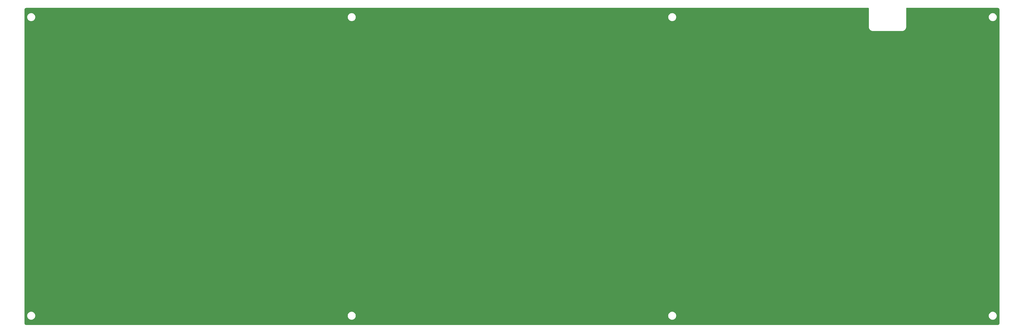
<source format=gtl>
%TF.GenerationSoftware,KiCad,Pcbnew,7.0.7*%
%TF.CreationDate,2023-09-25T11:38:33+09:00*%
%TF.ProjectId,Duet-Switch-Tester,44756574-2d53-4776-9974-63682d546573,rev?*%
%TF.SameCoordinates,Original*%
%TF.FileFunction,Copper,L1,Top*%
%TF.FilePolarity,Positive*%
%FSLAX46Y46*%
G04 Gerber Fmt 4.6, Leading zero omitted, Abs format (unit mm)*
G04 Created by KiCad (PCBNEW 7.0.7) date 2023-09-25 11:38:33*
%MOMM*%
%LPD*%
G01*
G04 APERTURE LIST*
G04 APERTURE END LIST*
%TA.AperFunction,NonConductor*%
G36*
X370766448Y-29975543D02*
G01*
X370789951Y-29975586D01*
X370828238Y-29976074D01*
X370830513Y-29976103D01*
X370864382Y-29977255D01*
X370892151Y-29979064D01*
X370900259Y-29979920D01*
X370912959Y-29981261D01*
X370915937Y-29981649D01*
X370920839Y-29982408D01*
X370930424Y-29983892D01*
X370933813Y-29984514D01*
X370944370Y-29986757D01*
X370948090Y-29987668D01*
X370957276Y-29990221D01*
X370961025Y-29991393D01*
X370963628Y-29992297D01*
X370967641Y-29993693D01*
X370971261Y-29995082D01*
X370972265Y-29995504D01*
X370977496Y-29997701D01*
X370981050Y-29999328D01*
X370987138Y-30002351D01*
X370990533Y-30004172D01*
X370995626Y-30007114D01*
X370997254Y-30008055D01*
X371000497Y-30010064D01*
X371008393Y-30015298D01*
X371011421Y-30017439D01*
X371023348Y-30026418D01*
X371027144Y-30029520D01*
X371032604Y-30034356D01*
X371038001Y-30039137D01*
X371040514Y-30041491D01*
X371049846Y-30050731D01*
X371052314Y-30053321D01*
X371062848Y-30065030D01*
X371065016Y-30067573D01*
X371069903Y-30073633D01*
X371071805Y-30076117D01*
X371077387Y-30083801D01*
X371079224Y-30086474D01*
X371083948Y-30093749D01*
X371085710Y-30096631D01*
X371090019Y-30104131D01*
X371092089Y-30108052D01*
X371093678Y-30111342D01*
X371095794Y-30115724D01*
X371097221Y-30118943D01*
X371098017Y-30120866D01*
X371098838Y-30122896D01*
X371099972Y-30125924D01*
X371102936Y-30134514D01*
X371104068Y-30138157D01*
X371104613Y-30140121D01*
X371106156Y-30145688D01*
X371106993Y-30149076D01*
X371108108Y-30154206D01*
X371109606Y-30161097D01*
X371110496Y-30166225D01*
X371113385Y-30188360D01*
X371113689Y-30191206D01*
X371115733Y-30215596D01*
X371117238Y-30247793D01*
X371118029Y-30287007D01*
X371118246Y-30333921D01*
X371118250Y-30348316D01*
X371118250Y-37346210D01*
X371118086Y-37349067D01*
X371118177Y-37399159D01*
X371117845Y-37405676D01*
X371117286Y-37411052D01*
X371117893Y-37458571D01*
X371116603Y-37472406D01*
X371117062Y-37472444D01*
X371116467Y-37479645D01*
X371118261Y-37532380D01*
X371116968Y-37551712D01*
X371116720Y-37556541D01*
X371120477Y-37614226D01*
X371119735Y-37638034D01*
X371119318Y-37641283D01*
X371125889Y-37703507D01*
X371126187Y-37726314D01*
X371125640Y-37733213D01*
X371125641Y-37733219D01*
X371136051Y-37800458D01*
X371136439Y-37803438D01*
X371137098Y-37809690D01*
X371137424Y-37817652D01*
X371137099Y-37831549D01*
X371150623Y-37895205D01*
X371151247Y-37898605D01*
X371153870Y-37915549D01*
X371154554Y-37922651D01*
X371155035Y-37935135D01*
X371155036Y-37935140D01*
X371171801Y-37995448D01*
X371172713Y-37999169D01*
X371177332Y-38020910D01*
X371176994Y-38020981D01*
X371179503Y-38034451D01*
X371180125Y-38040536D01*
X371200459Y-38099015D01*
X371201632Y-38102768D01*
X371208059Y-38125882D01*
X371209484Y-38132311D01*
X371211062Y-38141786D01*
X371211063Y-38141792D01*
X371235119Y-38199065D01*
X371236518Y-38202712D01*
X371244151Y-38224663D01*
X371245984Y-38231002D01*
X371248253Y-38240776D01*
X371275831Y-38296311D01*
X371277462Y-38299874D01*
X371286424Y-38321209D01*
X371288657Y-38327436D01*
X371291494Y-38336907D01*
X371291495Y-38336911D01*
X371322591Y-38390755D01*
X371324432Y-38394187D01*
X371334391Y-38414243D01*
X371337044Y-38420401D01*
X371340436Y-38429615D01*
X371340437Y-38429616D01*
X371340438Y-38429618D01*
X371341588Y-38431353D01*
X371375060Y-38481842D01*
X371377075Y-38485095D01*
X371387605Y-38503328D01*
X371390714Y-38509477D01*
X371394638Y-38518442D01*
X371432739Y-38569050D01*
X371434872Y-38572065D01*
X371436677Y-38574786D01*
X371439547Y-38579116D01*
X371443615Y-38586228D01*
X371446601Y-38592358D01*
X371457583Y-38605774D01*
X371463646Y-38613181D01*
X371476974Y-38633127D01*
X371478252Y-38635511D01*
X371478253Y-38635512D01*
X371506777Y-38667717D01*
X371508976Y-38670409D01*
X371509612Y-38671158D01*
X371509616Y-38671162D01*
X371509619Y-38671166D01*
X371512611Y-38674303D01*
X371518704Y-38681182D01*
X371522770Y-38685774D01*
X371535790Y-38703397D01*
X371541050Y-38712017D01*
X371541054Y-38712023D01*
X371586872Y-38758293D01*
X371589216Y-38760794D01*
X371595783Y-38768210D01*
X371599426Y-38772323D01*
X371603992Y-38778144D01*
X371610547Y-38787613D01*
X371610552Y-38787619D01*
X371610553Y-38787620D01*
X371658353Y-38830622D01*
X371660934Y-38833083D01*
X371666492Y-38838696D01*
X371673136Y-38845405D01*
X371678079Y-38851042D01*
X371683778Y-38858393D01*
X371728819Y-38894711D01*
X371745044Y-38910439D01*
X371750066Y-38916285D01*
X371759075Y-38922831D01*
X371798462Y-38951450D01*
X371815273Y-38966151D01*
X371816666Y-38967611D01*
X371821243Y-38972406D01*
X371859699Y-38997383D01*
X371873078Y-39006072D01*
X371890430Y-39019679D01*
X371897474Y-39026295D01*
X371897475Y-39026296D01*
X371922262Y-39040532D01*
X371944430Y-39053264D01*
X371964336Y-39067480D01*
X371965131Y-39068176D01*
X371965133Y-39068177D01*
X371978391Y-39075184D01*
X371998667Y-39088596D01*
X371999885Y-39089586D01*
X371999888Y-39089588D01*
X371999892Y-39089591D01*
X371999895Y-39089592D01*
X371999896Y-39089593D01*
X372046782Y-39112235D01*
X372050697Y-39114301D01*
X372057486Y-39118200D01*
X372057493Y-39118203D01*
X372060709Y-39119809D01*
X372060614Y-39119997D01*
X372060618Y-39119999D01*
X372060588Y-39120050D01*
X372060560Y-39120105D01*
X372080011Y-39131114D01*
X372085804Y-39135295D01*
X372145341Y-39159939D01*
X372148529Y-39161368D01*
X372152292Y-39163185D01*
X372154923Y-39164457D01*
X372161127Y-39167907D01*
X372173921Y-39176015D01*
X372210941Y-39188784D01*
X372233665Y-39196622D01*
X372237161Y-39197947D01*
X372256831Y-39206089D01*
X372263002Y-39209052D01*
X372272263Y-39214149D01*
X372332618Y-39230878D01*
X372336273Y-39232014D01*
X372343458Y-39234491D01*
X372349483Y-39236570D01*
X372356044Y-39239262D01*
X372365965Y-39244015D01*
X372421780Y-39256144D01*
X372444206Y-39263305D01*
X372448171Y-39265001D01*
X372485111Y-39271397D01*
X372507925Y-39277639D01*
X372511600Y-39279033D01*
X372511602Y-39279033D01*
X372511606Y-39279035D01*
X372575415Y-39287363D01*
X372597917Y-39292466D01*
X372603585Y-39294321D01*
X372662261Y-39299233D01*
X372686110Y-39303609D01*
X372687840Y-39304106D01*
X372741043Y-39306592D01*
X372756436Y-39308915D01*
X372756462Y-39308731D01*
X372763622Y-39309714D01*
X372763624Y-39309714D01*
X372763628Y-39309715D01*
X372814695Y-39310743D01*
X372820922Y-39311184D01*
X372830332Y-39312328D01*
X372830342Y-39312331D01*
X372866823Y-39312498D01*
X372867492Y-39312502D01*
X372868734Y-39312560D01*
X372875074Y-39312857D01*
X372875091Y-39312855D01*
X372881874Y-39312778D01*
X372885605Y-39312975D01*
X372887928Y-39312975D01*
X372887930Y-39312976D01*
X372902264Y-39312979D01*
X372902617Y-39313000D01*
X372926638Y-39313000D01*
X372934462Y-39313157D01*
X372950108Y-39313473D01*
X372950108Y-39313472D01*
X372950110Y-39313473D01*
X372952049Y-39313285D01*
X372958000Y-39313000D01*
X372974978Y-39313000D01*
X372975164Y-39313000D01*
X373016057Y-39313190D01*
X373016071Y-39313188D01*
X373017814Y-39313095D01*
X373021162Y-39313006D01*
X373025100Y-39313006D01*
X373037292Y-39313010D01*
X373037295Y-39313009D01*
X373038893Y-39313010D01*
X373039255Y-39313000D01*
X384152460Y-39313000D01*
X384155342Y-39313165D01*
X384157419Y-39313161D01*
X384157423Y-39313162D01*
X384205441Y-39313072D01*
X384211969Y-39313405D01*
X384217296Y-39313958D01*
X384217310Y-39313962D01*
X384264812Y-39313355D01*
X384278646Y-39314646D01*
X384278685Y-39314186D01*
X384285888Y-39314780D01*
X384285890Y-39314781D01*
X384285891Y-39314780D01*
X384285892Y-39314781D01*
X384290057Y-39314639D01*
X384338631Y-39312986D01*
X384357839Y-39314273D01*
X384362785Y-39314526D01*
X384362793Y-39314528D01*
X384420475Y-39310770D01*
X384444306Y-39311515D01*
X384447535Y-39311930D01*
X384509769Y-39305358D01*
X384532581Y-39305062D01*
X384539468Y-39305608D01*
X384606680Y-39295201D01*
X384609606Y-39294819D01*
X384611260Y-39294642D01*
X384615910Y-39294151D01*
X384623863Y-39293822D01*
X384637799Y-39294149D01*
X384701456Y-39280623D01*
X384704825Y-39280004D01*
X384721799Y-39277376D01*
X384728895Y-39276693D01*
X384741377Y-39276215D01*
X384801721Y-39259440D01*
X384805395Y-39258540D01*
X384823630Y-39254667D01*
X384823633Y-39254665D01*
X384827168Y-39253915D01*
X384827242Y-39254266D01*
X384840702Y-39251745D01*
X384846795Y-39251122D01*
X384905276Y-39230785D01*
X384908999Y-39229621D01*
X384926254Y-39224826D01*
X384926255Y-39224825D01*
X384932169Y-39223182D01*
X384938597Y-39221758D01*
X384941070Y-39221346D01*
X384948041Y-39220186D01*
X385005341Y-39196117D01*
X385008913Y-39194747D01*
X385026064Y-39188784D01*
X385026069Y-39188781D01*
X385030917Y-39187096D01*
X385037259Y-39185263D01*
X385039326Y-39184782D01*
X385047026Y-39182995D01*
X385102597Y-39155399D01*
X385106111Y-39153791D01*
X385122741Y-39146807D01*
X385122747Y-39146803D01*
X385127470Y-39144820D01*
X385133679Y-39142593D01*
X385143161Y-39139754D01*
X385197010Y-39108654D01*
X385200438Y-39106816D01*
X385216723Y-39098730D01*
X385216728Y-39098726D01*
X385220507Y-39096850D01*
X385226641Y-39094207D01*
X385235868Y-39090811D01*
X385288116Y-39056171D01*
X385291313Y-39054191D01*
X385307474Y-39044859D01*
X385307482Y-39044852D01*
X385309579Y-39043642D01*
X385315727Y-39040534D01*
X385324689Y-39036612D01*
X385375313Y-38998497D01*
X385378343Y-38996356D01*
X385385368Y-38991699D01*
X385392461Y-38987644D01*
X385398588Y-38984661D01*
X385419421Y-38967606D01*
X385439375Y-38954274D01*
X385441767Y-38952993D01*
X385473996Y-38924446D01*
X385476637Y-38922290D01*
X385477401Y-38921640D01*
X385477416Y-38921630D01*
X385480534Y-38918655D01*
X385492024Y-38908478D01*
X385509658Y-38895449D01*
X385518273Y-38890195D01*
X385518740Y-38889732D01*
X385564536Y-38844383D01*
X385567051Y-38842027D01*
X385577148Y-38833083D01*
X385578573Y-38831820D01*
X385584388Y-38827258D01*
X385593870Y-38820696D01*
X385636871Y-38772894D01*
X385639309Y-38770336D01*
X385651660Y-38758107D01*
X385657284Y-38753175D01*
X385664644Y-38747470D01*
X385700964Y-38702425D01*
X385716692Y-38686201D01*
X385722535Y-38681183D01*
X385757705Y-38632778D01*
X385772404Y-38615972D01*
X385778656Y-38610006D01*
X385812324Y-38558166D01*
X385825936Y-38540811D01*
X385826217Y-38540511D01*
X385832545Y-38533775D01*
X385859510Y-38486825D01*
X385873732Y-38466913D01*
X385874412Y-38466137D01*
X385881427Y-38452864D01*
X385894846Y-38432580D01*
X385895844Y-38431353D01*
X385918501Y-38384431D01*
X385920535Y-38380577D01*
X385924450Y-38373763D01*
X385924455Y-38373749D01*
X385924459Y-38373744D01*
X385926067Y-38370526D01*
X385926254Y-38370619D01*
X385926256Y-38370618D01*
X385926287Y-38370636D01*
X385926367Y-38370675D01*
X385937365Y-38351234D01*
X385941545Y-38345445D01*
X385966168Y-38285958D01*
X385967621Y-38282714D01*
X385970689Y-38276359D01*
X385974149Y-38270133D01*
X385982265Y-38257328D01*
X386002881Y-38197556D01*
X386004190Y-38194100D01*
X386011546Y-38176333D01*
X386011547Y-38176326D01*
X386012340Y-38174413D01*
X386015312Y-38168228D01*
X386020399Y-38158986D01*
X386035981Y-38102768D01*
X386037129Y-38098628D01*
X386038265Y-38094972D01*
X386042819Y-38081768D01*
X386045511Y-38075206D01*
X386050265Y-38065284D01*
X386062393Y-38009473D01*
X386069560Y-37987032D01*
X386071250Y-37983082D01*
X386077647Y-37946137D01*
X386083890Y-37923318D01*
X386085285Y-37919642D01*
X386093612Y-37855836D01*
X386098721Y-37833315D01*
X386099299Y-37831549D01*
X386100571Y-37827664D01*
X386105483Y-37768985D01*
X386109863Y-37745125D01*
X386110356Y-37743409D01*
X386112842Y-37690203D01*
X386115166Y-37674806D01*
X386114981Y-37674781D01*
X386115964Y-37667623D01*
X386115965Y-37667621D01*
X386116993Y-37616557D01*
X386117434Y-37610332D01*
X386118579Y-37600913D01*
X386118581Y-37600907D01*
X386118752Y-37563752D01*
X386119107Y-37556175D01*
X386119105Y-37556157D01*
X386119028Y-37549372D01*
X386119225Y-37545644D01*
X386119227Y-37539703D01*
X386119229Y-37529009D01*
X386119250Y-37528661D01*
X386119250Y-37504609D01*
X386119723Y-37481141D01*
X386119723Y-37481140D01*
X386119536Y-37479200D01*
X386119250Y-37473248D01*
X386119250Y-37456204D01*
X386119344Y-37435878D01*
X386119440Y-37415192D01*
X386119437Y-37415173D01*
X386119345Y-37413442D01*
X386119256Y-37410093D01*
X386119257Y-37405676D01*
X386119260Y-37393958D01*
X386119259Y-37393954D01*
X386119260Y-37392347D01*
X386119250Y-37391984D01*
X386119250Y-33731250D01*
X419250801Y-33731250D01*
X419270567Y-33982401D01*
X419329376Y-34227360D01*
X419425783Y-34460109D01*
X419557410Y-34674903D01*
X419557411Y-34674906D01*
X419557414Y-34674909D01*
X419721026Y-34866474D01*
X419869316Y-34993125D01*
X419912593Y-35030088D01*
X419912596Y-35030089D01*
X420127390Y-35161716D01*
X420360139Y-35258122D01*
X420360139Y-35258123D01*
X420605102Y-35316933D01*
X420761200Y-35329218D01*
X420793366Y-35331750D01*
X420793368Y-35331750D01*
X420919134Y-35331750D01*
X420948768Y-35329417D01*
X421107398Y-35316933D01*
X421352361Y-35258123D01*
X421585109Y-35161716D01*
X421799909Y-35030086D01*
X421991474Y-34866474D01*
X422155086Y-34674909D01*
X422286716Y-34460109D01*
X422383123Y-34227361D01*
X422441933Y-33982398D01*
X422461699Y-33731250D01*
X422441933Y-33480102D01*
X422383123Y-33235139D01*
X422286716Y-33002391D01*
X422286716Y-33002390D01*
X422155089Y-32787596D01*
X422155088Y-32787593D01*
X422118125Y-32744316D01*
X421991474Y-32596026D01*
X421864821Y-32487854D01*
X421799906Y-32432411D01*
X421799903Y-32432410D01*
X421585109Y-32300783D01*
X421352360Y-32204376D01*
X421107400Y-32145567D01*
X420919134Y-32130750D01*
X420919132Y-32130750D01*
X420793368Y-32130750D01*
X420793366Y-32130750D01*
X420605099Y-32145567D01*
X420360139Y-32204376D01*
X420127390Y-32300783D01*
X419912596Y-32432410D01*
X419912593Y-32432411D01*
X419721026Y-32596026D01*
X419557411Y-32787593D01*
X419557410Y-32787596D01*
X419425783Y-33002390D01*
X419329376Y-33235139D01*
X419270567Y-33480098D01*
X419250801Y-33731250D01*
X386119250Y-33731250D01*
X386119250Y-30350803D01*
X386119336Y-30303797D01*
X386119853Y-30263235D01*
X386121005Y-30229366D01*
X386122814Y-30201597D01*
X386125011Y-30180788D01*
X386125399Y-30177809D01*
X386127642Y-30163325D01*
X386128265Y-30159931D01*
X386130504Y-30149390D01*
X386131410Y-30145688D01*
X386133975Y-30136462D01*
X386135145Y-30132716D01*
X386135150Y-30132704D01*
X386137438Y-30126119D01*
X386138825Y-30122503D01*
X386141458Y-30116232D01*
X386143057Y-30112741D01*
X386146102Y-30106608D01*
X386147927Y-30103206D01*
X386151808Y-30096486D01*
X386153804Y-30093264D01*
X386159061Y-30085335D01*
X386161172Y-30082347D01*
X386170179Y-30070385D01*
X386173255Y-30066621D01*
X386182891Y-30055742D01*
X386185245Y-30053229D01*
X386194506Y-30043876D01*
X386197071Y-30041433D01*
X386208780Y-30030899D01*
X386211310Y-30028741D01*
X386217415Y-30023819D01*
X386219839Y-30021963D01*
X386227564Y-30016350D01*
X386230206Y-30014534D01*
X386237502Y-30009796D01*
X386240357Y-30008050D01*
X386247894Y-30003721D01*
X386251792Y-30001663D01*
X386259376Y-29998001D01*
X386262618Y-29996557D01*
X386264452Y-29995798D01*
X386266352Y-29995022D01*
X386269585Y-29993805D01*
X386269939Y-29993683D01*
X386278263Y-29990811D01*
X386281876Y-29989688D01*
X386289480Y-29987581D01*
X386292813Y-29986757D01*
X386304840Y-29984143D01*
X386309961Y-29983253D01*
X386332162Y-29980356D01*
X386334941Y-29980058D01*
X386352077Y-29978623D01*
X386359350Y-29978015D01*
X386384355Y-29976846D01*
X386391543Y-29976510D01*
X386430810Y-29975719D01*
X386454197Y-29975611D01*
X386477586Y-29975503D01*
X386495764Y-29975500D01*
X421963814Y-29975500D01*
X422041690Y-29975516D01*
X422118813Y-29975635D01*
X422194086Y-29975955D01*
X422267212Y-29976567D01*
X422287106Y-29976846D01*
X422338016Y-29977560D01*
X422406685Y-29979015D01*
X422472929Y-29981002D01*
X422537012Y-29983596D01*
X422598608Y-29986844D01*
X422641087Y-29989683D01*
X422657845Y-29990803D01*
X422714578Y-29995504D01*
X422743784Y-29998451D01*
X422768827Y-30000978D01*
X422820563Y-30007241D01*
X422869685Y-30014285D01*
X422916274Y-30022116D01*
X422920086Y-30022860D01*
X422960903Y-30030828D01*
X422986277Y-30036493D01*
X422997758Y-30039057D01*
X423033291Y-30048016D01*
X423033291Y-30048017D01*
X423067014Y-30057578D01*
X423098808Y-30067674D01*
X423128816Y-30078310D01*
X423138986Y-30082321D01*
X423157020Y-30089434D01*
X423183536Y-30101040D01*
X423208409Y-30113093D01*
X423231861Y-30125652D01*
X423256357Y-30140121D01*
X423265164Y-30145760D01*
X423288883Y-30162289D01*
X423291351Y-30164101D01*
X423309460Y-30178097D01*
X423311863Y-30180053D01*
X423317318Y-30184722D01*
X423328840Y-30194585D01*
X423331115Y-30196634D01*
X423334862Y-30200182D01*
X423347076Y-30211749D01*
X423349284Y-30213947D01*
X423364476Y-30229856D01*
X423366540Y-30232129D01*
X423381118Y-30249020D01*
X423383069Y-30251398D01*
X423397124Y-30269430D01*
X423398950Y-30271896D01*
X423414571Y-30294123D01*
X423425312Y-30310919D01*
X423436654Y-30330214D01*
X423446579Y-30348604D01*
X423461021Y-30378212D01*
X423462184Y-30380738D01*
X423475830Y-30412229D01*
X423484745Y-30435108D01*
X423494023Y-30461250D01*
X423502918Y-30488824D01*
X423511402Y-30517846D01*
X423519016Y-30546668D01*
X423529720Y-30592558D01*
X423539174Y-30639715D01*
X423547728Y-30689813D01*
X423555375Y-30742966D01*
X423562095Y-30799098D01*
X423567901Y-30858223D01*
X423572808Y-30920279D01*
X423576853Y-30985182D01*
X423580090Y-31052926D01*
X423582578Y-31123307D01*
X423584403Y-31196505D01*
X423585652Y-31272282D01*
X423586424Y-31350576D01*
X423586826Y-31431320D01*
X423586978Y-31514935D01*
X423587000Y-31600173D01*
X423587000Y-155724826D01*
X423586981Y-155804477D01*
X423586863Y-155881312D01*
X423586543Y-155956587D01*
X423585931Y-156029712D01*
X423584938Y-156100576D01*
X423583486Y-156169098D01*
X423581496Y-156235429D01*
X423580847Y-156251460D01*
X423578902Y-156299518D01*
X423575654Y-156361105D01*
X423571695Y-156420345D01*
X423571462Y-156423161D01*
X423566994Y-156477081D01*
X423561520Y-156531323D01*
X423555262Y-156583028D01*
X423548213Y-156632182D01*
X423540377Y-156678804D01*
X423531676Y-156723375D01*
X423529653Y-156732438D01*
X423523442Y-156760256D01*
X423514481Y-156795791D01*
X423504920Y-156829514D01*
X423494822Y-156861313D01*
X423493956Y-156863757D01*
X423484186Y-156891319D01*
X423473065Y-156919517D01*
X423473065Y-156919518D01*
X423461462Y-156946031D01*
X423449396Y-156970929D01*
X423446394Y-156976535D01*
X423436861Y-156994335D01*
X423422376Y-157018859D01*
X423416730Y-157027676D01*
X423400198Y-157051398D01*
X423398387Y-157053864D01*
X423384404Y-157071955D01*
X423382449Y-157074357D01*
X423367931Y-157091319D01*
X423365848Y-157093632D01*
X423350746Y-157109579D01*
X423348544Y-157111791D01*
X423332645Y-157126972D01*
X423330337Y-157129067D01*
X423313496Y-157143602D01*
X423311103Y-157145566D01*
X423293073Y-157159619D01*
X423290609Y-157161444D01*
X423268362Y-157177080D01*
X423251589Y-157187805D01*
X423232286Y-157199153D01*
X423224058Y-157203594D01*
X423213895Y-157209079D01*
X423208120Y-157211896D01*
X423184292Y-157223518D01*
X423181767Y-157224680D01*
X423158090Y-157234940D01*
X423150251Y-157238338D01*
X423127386Y-157247247D01*
X423101256Y-157256520D01*
X423073672Y-157265418D01*
X423044659Y-157273898D01*
X423044660Y-157273899D01*
X423015823Y-157281518D01*
X422969943Y-157292219D01*
X422946369Y-157296944D01*
X422922795Y-157301671D01*
X422897726Y-157305951D01*
X422872658Y-157310231D01*
X422819532Y-157317875D01*
X422763397Y-157324596D01*
X422763398Y-157324597D01*
X422704277Y-157330401D01*
X422642215Y-157335309D01*
X422609767Y-157337331D01*
X422577319Y-157339353D01*
X422512482Y-157342451D01*
X422509573Y-157342590D01*
X422439189Y-157345078D01*
X422365993Y-157346903D01*
X422290216Y-157348152D01*
X422211922Y-157348924D01*
X422131178Y-157349326D01*
X422047562Y-157349478D01*
X421962122Y-157349500D01*
X33987368Y-157349500D01*
X33908021Y-157349481D01*
X33831186Y-157349363D01*
X33755911Y-157349043D01*
X33682786Y-157348431D01*
X33611922Y-157347438D01*
X33543400Y-157345986D01*
X33508501Y-157344939D01*
X33477069Y-157343996D01*
X33412980Y-157341402D01*
X33351393Y-157338154D01*
X33351392Y-157338154D01*
X33292153Y-157334195D01*
X33235417Y-157329494D01*
X33181175Y-157324020D01*
X33181174Y-157324020D01*
X33129435Y-157317757D01*
X33080316Y-157310713D01*
X33033716Y-157302881D01*
X33027517Y-157301671D01*
X32989105Y-157294173D01*
X32952246Y-157285943D01*
X32934699Y-157281518D01*
X32916706Y-157276980D01*
X32882985Y-157267420D01*
X32865582Y-157261894D01*
X32851185Y-157257322D01*
X32843332Y-157254538D01*
X32821179Y-157246686D01*
X32792980Y-157235565D01*
X32766467Y-157223962D01*
X32741569Y-157211896D01*
X32718162Y-157199361D01*
X32693623Y-157184865D01*
X32684834Y-157179239D01*
X32661114Y-157162708D01*
X32658644Y-157160895D01*
X32640532Y-157146895D01*
X32638131Y-157144942D01*
X32621179Y-157130431D01*
X32618866Y-157128348D01*
X32606098Y-157116257D01*
X32602907Y-157113235D01*
X32600718Y-157111056D01*
X32585519Y-157095139D01*
X32583429Y-157092836D01*
X32568891Y-157075991D01*
X32566928Y-157073599D01*
X32552878Y-157055573D01*
X32551051Y-157053106D01*
X32535426Y-157030873D01*
X32524683Y-157014075D01*
X32513344Y-156994785D01*
X32513101Y-156994335D01*
X32503419Y-156976395D01*
X32488969Y-156946771D01*
X32487816Y-156944265D01*
X32474160Y-156912751D01*
X32465251Y-156889886D01*
X32455978Y-156863757D01*
X32447080Y-156836173D01*
X32438599Y-156807162D01*
X32430983Y-156778332D01*
X32420278Y-156732438D01*
X32410827Y-156685296D01*
X32409718Y-156678803D01*
X32402267Y-156635159D01*
X32400045Y-156619715D01*
X32394623Y-156582032D01*
X32387901Y-156525898D01*
X32382097Y-156466777D01*
X32377189Y-156404716D01*
X32373145Y-156339819D01*
X32369908Y-156272073D01*
X32367420Y-156201690D01*
X32365595Y-156128493D01*
X32364346Y-156052716D01*
X32363574Y-155974422D01*
X32363172Y-155893678D01*
X32363020Y-155809627D01*
X32363000Y-155724826D01*
X32363000Y-153593750D01*
X33488301Y-153593750D01*
X33508067Y-153844901D01*
X33566876Y-154089860D01*
X33663283Y-154322609D01*
X33794910Y-154537403D01*
X33794911Y-154537406D01*
X33794914Y-154537409D01*
X33958526Y-154728974D01*
X34106816Y-154855625D01*
X34150093Y-154892588D01*
X34150096Y-154892589D01*
X34364890Y-155024216D01*
X34597638Y-155120623D01*
X34597639Y-155120623D01*
X34842602Y-155179433D01*
X34998700Y-155191718D01*
X35030866Y-155194250D01*
X35030868Y-155194250D01*
X35156634Y-155194250D01*
X35186268Y-155191917D01*
X35344898Y-155179433D01*
X35589861Y-155120623D01*
X35822609Y-155024216D01*
X36037409Y-154892586D01*
X36228974Y-154728974D01*
X36392586Y-154537409D01*
X36524216Y-154322609D01*
X36620623Y-154089861D01*
X36679433Y-153844898D01*
X36699199Y-153593750D01*
X162075801Y-153593750D01*
X162095567Y-153844901D01*
X162154376Y-154089860D01*
X162250783Y-154322609D01*
X162382410Y-154537403D01*
X162382411Y-154537406D01*
X162382414Y-154537409D01*
X162546026Y-154728974D01*
X162694316Y-154855625D01*
X162737593Y-154892588D01*
X162737596Y-154892589D01*
X162952390Y-155024216D01*
X163185139Y-155120623D01*
X163430102Y-155179433D01*
X163586200Y-155191718D01*
X163618366Y-155194250D01*
X163618368Y-155194250D01*
X163744134Y-155194250D01*
X163773768Y-155191917D01*
X163932398Y-155179433D01*
X164177361Y-155120623D01*
X164410109Y-155024216D01*
X164624909Y-154892586D01*
X164816474Y-154728974D01*
X164980086Y-154537409D01*
X165111716Y-154322609D01*
X165208123Y-154089861D01*
X165266933Y-153844898D01*
X165286699Y-153593750D01*
X290663301Y-153593750D01*
X290683067Y-153844901D01*
X290741876Y-154089860D01*
X290838283Y-154322609D01*
X290969910Y-154537403D01*
X290969911Y-154537406D01*
X290969914Y-154537409D01*
X291133526Y-154728974D01*
X291281816Y-154855625D01*
X291325093Y-154892588D01*
X291325096Y-154892589D01*
X291539890Y-155024216D01*
X291772639Y-155120623D01*
X292017602Y-155179433D01*
X292173700Y-155191718D01*
X292205866Y-155194250D01*
X292205868Y-155194250D01*
X292331634Y-155194250D01*
X292361267Y-155191917D01*
X292519898Y-155179433D01*
X292764861Y-155120623D01*
X292997609Y-155024216D01*
X293212409Y-154892586D01*
X293403974Y-154728974D01*
X293567586Y-154537409D01*
X293699216Y-154322609D01*
X293795623Y-154089861D01*
X293854433Y-153844898D01*
X293874199Y-153593750D01*
X419250801Y-153593750D01*
X419270567Y-153844901D01*
X419329376Y-154089860D01*
X419425783Y-154322609D01*
X419557410Y-154537403D01*
X419557411Y-154537406D01*
X419557414Y-154537409D01*
X419721026Y-154728974D01*
X419869316Y-154855625D01*
X419912593Y-154892588D01*
X419912596Y-154892589D01*
X420127390Y-155024216D01*
X420360138Y-155120623D01*
X420360139Y-155120623D01*
X420605102Y-155179433D01*
X420761200Y-155191718D01*
X420793366Y-155194250D01*
X420793368Y-155194250D01*
X420919134Y-155194250D01*
X420948768Y-155191917D01*
X421107398Y-155179433D01*
X421352361Y-155120623D01*
X421585109Y-155024216D01*
X421799909Y-154892586D01*
X421991474Y-154728974D01*
X422155086Y-154537409D01*
X422286716Y-154322609D01*
X422383123Y-154089861D01*
X422441933Y-153844898D01*
X422461699Y-153593750D01*
X422441933Y-153342602D01*
X422383123Y-153097639D01*
X422286716Y-152864891D01*
X422286716Y-152864890D01*
X422155089Y-152650096D01*
X422155088Y-152650093D01*
X422118125Y-152606816D01*
X421991474Y-152458526D01*
X421864821Y-152350354D01*
X421799906Y-152294911D01*
X421799903Y-152294910D01*
X421585109Y-152163283D01*
X421352360Y-152066876D01*
X421107400Y-152008067D01*
X420919134Y-151993250D01*
X420919132Y-151993250D01*
X420793368Y-151993250D01*
X420793366Y-151993250D01*
X420605099Y-152008067D01*
X420360139Y-152066876D01*
X420127390Y-152163283D01*
X419912596Y-152294910D01*
X419912593Y-152294911D01*
X419721026Y-152458526D01*
X419557411Y-152650093D01*
X419557410Y-152650096D01*
X419425783Y-152864890D01*
X419329376Y-153097639D01*
X419270567Y-153342598D01*
X419250801Y-153593750D01*
X293874199Y-153593750D01*
X293854433Y-153342602D01*
X293795623Y-153097639D01*
X293699216Y-152864891D01*
X293699216Y-152864890D01*
X293567589Y-152650096D01*
X293567588Y-152650093D01*
X293530625Y-152606816D01*
X293403974Y-152458526D01*
X293277321Y-152350354D01*
X293212406Y-152294911D01*
X293212403Y-152294910D01*
X292997609Y-152163283D01*
X292764860Y-152066876D01*
X292519900Y-152008067D01*
X292331634Y-151993250D01*
X292331632Y-151993250D01*
X292205868Y-151993250D01*
X292205866Y-151993250D01*
X292017599Y-152008067D01*
X291772639Y-152066876D01*
X291539890Y-152163283D01*
X291325096Y-152294910D01*
X291325093Y-152294911D01*
X291133526Y-152458526D01*
X290969911Y-152650093D01*
X290969910Y-152650096D01*
X290838283Y-152864890D01*
X290741876Y-153097639D01*
X290683067Y-153342598D01*
X290663301Y-153593750D01*
X165286699Y-153593750D01*
X165266933Y-153342602D01*
X165208123Y-153097639D01*
X165111716Y-152864891D01*
X165111716Y-152864890D01*
X164980089Y-152650096D01*
X164980088Y-152650093D01*
X164943125Y-152606816D01*
X164816474Y-152458526D01*
X164689821Y-152350354D01*
X164624906Y-152294911D01*
X164624903Y-152294910D01*
X164410109Y-152163283D01*
X164177360Y-152066876D01*
X163932400Y-152008067D01*
X163744134Y-151993250D01*
X163744132Y-151993250D01*
X163618368Y-151993250D01*
X163618366Y-151993250D01*
X163430099Y-152008067D01*
X163185139Y-152066876D01*
X162952390Y-152163283D01*
X162737596Y-152294910D01*
X162737593Y-152294911D01*
X162546026Y-152458526D01*
X162382411Y-152650093D01*
X162382410Y-152650096D01*
X162250783Y-152864890D01*
X162154376Y-153097639D01*
X162095567Y-153342598D01*
X162075801Y-153593750D01*
X36699199Y-153593750D01*
X36679433Y-153342602D01*
X36620623Y-153097639D01*
X36524216Y-152864891D01*
X36524216Y-152864890D01*
X36392589Y-152650096D01*
X36392588Y-152650093D01*
X36355625Y-152606816D01*
X36228974Y-152458526D01*
X36102321Y-152350354D01*
X36037406Y-152294911D01*
X36037403Y-152294910D01*
X35822609Y-152163283D01*
X35589860Y-152066876D01*
X35344900Y-152008067D01*
X35156634Y-151993250D01*
X35156632Y-151993250D01*
X35030868Y-151993250D01*
X35030866Y-151993250D01*
X34842599Y-152008067D01*
X34597639Y-152066876D01*
X34364890Y-152163283D01*
X34150096Y-152294910D01*
X34150093Y-152294911D01*
X33958526Y-152458526D01*
X33794911Y-152650093D01*
X33794910Y-152650096D01*
X33663283Y-152864890D01*
X33566876Y-153097639D01*
X33508067Y-153342598D01*
X33488301Y-153593750D01*
X32363000Y-153593750D01*
X32363000Y-33731250D01*
X33488301Y-33731250D01*
X33508067Y-33982401D01*
X33566876Y-34227360D01*
X33663283Y-34460109D01*
X33794910Y-34674903D01*
X33794911Y-34674906D01*
X33794914Y-34674909D01*
X33958526Y-34866474D01*
X34106816Y-34993125D01*
X34150093Y-35030088D01*
X34150096Y-35030089D01*
X34364890Y-35161716D01*
X34597638Y-35258123D01*
X34597639Y-35258123D01*
X34842602Y-35316933D01*
X34998700Y-35329218D01*
X35030866Y-35331750D01*
X35030868Y-35331750D01*
X35156634Y-35331750D01*
X35186267Y-35329417D01*
X35344898Y-35316933D01*
X35589861Y-35258123D01*
X35822609Y-35161716D01*
X36037409Y-35030086D01*
X36228974Y-34866474D01*
X36392586Y-34674909D01*
X36524216Y-34460109D01*
X36620623Y-34227361D01*
X36679433Y-33982398D01*
X36699199Y-33731250D01*
X162075801Y-33731250D01*
X162095567Y-33982401D01*
X162154376Y-34227360D01*
X162250783Y-34460109D01*
X162382410Y-34674903D01*
X162382411Y-34674906D01*
X162382414Y-34674909D01*
X162546026Y-34866474D01*
X162694316Y-34993125D01*
X162737593Y-35030088D01*
X162737596Y-35030089D01*
X162952390Y-35161716D01*
X163185138Y-35258123D01*
X163185139Y-35258123D01*
X163430102Y-35316933D01*
X163586200Y-35329218D01*
X163618366Y-35331750D01*
X163618368Y-35331750D01*
X163744134Y-35331750D01*
X163773767Y-35329417D01*
X163932398Y-35316933D01*
X164177361Y-35258123D01*
X164410109Y-35161716D01*
X164624909Y-35030086D01*
X164816474Y-34866474D01*
X164980086Y-34674909D01*
X165111716Y-34460109D01*
X165208123Y-34227361D01*
X165266933Y-33982398D01*
X165286699Y-33731250D01*
X290663301Y-33731250D01*
X290683067Y-33982401D01*
X290741876Y-34227360D01*
X290838283Y-34460109D01*
X290969910Y-34674903D01*
X290969911Y-34674906D01*
X290969914Y-34674909D01*
X291133526Y-34866474D01*
X291281816Y-34993125D01*
X291325093Y-35030088D01*
X291325096Y-35030089D01*
X291539890Y-35161716D01*
X291772639Y-35258122D01*
X291772639Y-35258123D01*
X292017602Y-35316933D01*
X292173700Y-35329218D01*
X292205866Y-35331750D01*
X292205868Y-35331750D01*
X292331634Y-35331750D01*
X292361268Y-35329417D01*
X292519898Y-35316933D01*
X292764861Y-35258123D01*
X292997609Y-35161716D01*
X293212409Y-35030086D01*
X293403974Y-34866474D01*
X293567586Y-34674909D01*
X293699216Y-34460109D01*
X293795623Y-34227361D01*
X293854433Y-33982398D01*
X293874199Y-33731250D01*
X293854433Y-33480102D01*
X293795623Y-33235139D01*
X293699216Y-33002391D01*
X293699216Y-33002390D01*
X293567589Y-32787596D01*
X293567588Y-32787593D01*
X293530625Y-32744316D01*
X293403974Y-32596026D01*
X293277321Y-32487854D01*
X293212406Y-32432411D01*
X293212403Y-32432410D01*
X292997609Y-32300783D01*
X292764860Y-32204376D01*
X292519900Y-32145567D01*
X292331634Y-32130750D01*
X292331632Y-32130750D01*
X292205868Y-32130750D01*
X292205866Y-32130750D01*
X292017599Y-32145567D01*
X291772639Y-32204376D01*
X291539890Y-32300783D01*
X291325096Y-32432410D01*
X291325093Y-32432411D01*
X291133526Y-32596026D01*
X290969911Y-32787593D01*
X290969910Y-32787596D01*
X290838283Y-33002390D01*
X290741876Y-33235139D01*
X290683067Y-33480098D01*
X290663301Y-33731250D01*
X165286699Y-33731250D01*
X165266933Y-33480102D01*
X165208123Y-33235139D01*
X165111716Y-33002391D01*
X165111716Y-33002390D01*
X164980089Y-32787596D01*
X164980088Y-32787593D01*
X164943125Y-32744316D01*
X164816474Y-32596026D01*
X164689821Y-32487854D01*
X164624906Y-32432411D01*
X164624903Y-32432410D01*
X164410109Y-32300783D01*
X164177360Y-32204376D01*
X163932400Y-32145567D01*
X163744134Y-32130750D01*
X163744132Y-32130750D01*
X163618368Y-32130750D01*
X163618366Y-32130750D01*
X163430099Y-32145567D01*
X163185139Y-32204376D01*
X162952390Y-32300783D01*
X162737596Y-32432410D01*
X162737593Y-32432411D01*
X162546026Y-32596026D01*
X162382411Y-32787593D01*
X162382410Y-32787596D01*
X162250783Y-33002390D01*
X162154376Y-33235139D01*
X162095567Y-33480098D01*
X162075801Y-33731250D01*
X36699199Y-33731250D01*
X36679433Y-33480102D01*
X36620623Y-33235139D01*
X36524216Y-33002391D01*
X36524216Y-33002390D01*
X36392589Y-32787596D01*
X36392588Y-32787593D01*
X36355625Y-32744316D01*
X36228974Y-32596026D01*
X36102321Y-32487854D01*
X36037406Y-32432411D01*
X36037403Y-32432410D01*
X35822609Y-32300783D01*
X35589860Y-32204376D01*
X35344900Y-32145567D01*
X35156634Y-32130750D01*
X35156632Y-32130750D01*
X35030868Y-32130750D01*
X35030866Y-32130750D01*
X34842599Y-32145567D01*
X34597639Y-32204376D01*
X34364890Y-32300783D01*
X34150096Y-32432410D01*
X34150093Y-32432411D01*
X33958526Y-32596026D01*
X33794911Y-32787593D01*
X33794910Y-32787596D01*
X33663283Y-33002390D01*
X33566876Y-33235139D01*
X33508067Y-33480098D01*
X33488301Y-33731250D01*
X32363000Y-33731250D01*
X32363000Y-31596424D01*
X32363016Y-31520808D01*
X32363135Y-31443685D01*
X32363455Y-31368412D01*
X32364067Y-31295286D01*
X32365060Y-31224482D01*
X32366515Y-31155813D01*
X32368502Y-31089568D01*
X32371096Y-31025485D01*
X32374344Y-30963889D01*
X32378303Y-30904653D01*
X32383004Y-30847920D01*
X32388478Y-30793671D01*
X32394741Y-30741934D01*
X32401785Y-30692813D01*
X32402289Y-30689813D01*
X32409617Y-30646222D01*
X32418330Y-30601587D01*
X32426554Y-30564748D01*
X32435517Y-30529208D01*
X32445078Y-30495485D01*
X32455174Y-30463690D01*
X32456039Y-30461249D01*
X32465810Y-30433682D01*
X32470197Y-30422558D01*
X32476934Y-30405478D01*
X32488540Y-30378962D01*
X32500593Y-30354089D01*
X32513151Y-30330637D01*
X32527615Y-30306152D01*
X32533269Y-30297323D01*
X32541716Y-30285199D01*
X32549813Y-30273579D01*
X32551602Y-30271144D01*
X32553400Y-30268818D01*
X32565620Y-30253007D01*
X32567526Y-30250665D01*
X32582081Y-30233662D01*
X32584136Y-30231380D01*
X32599257Y-30215412D01*
X32601437Y-30213222D01*
X32617384Y-30197995D01*
X32619627Y-30195959D01*
X32636543Y-30181359D01*
X32638899Y-30179428D01*
X32656925Y-30165378D01*
X32659358Y-30163574D01*
X32681631Y-30147923D01*
X32690806Y-30142055D01*
X32698424Y-30137183D01*
X32717711Y-30125845D01*
X32718069Y-30125652D01*
X32736103Y-30115919D01*
X32765730Y-30101467D01*
X32768240Y-30100313D01*
X32799731Y-30086667D01*
X32807066Y-30083809D01*
X32822606Y-30077754D01*
X32834366Y-30073579D01*
X32848750Y-30068475D01*
X32865400Y-30063104D01*
X32876325Y-30059580D01*
X32905350Y-30051095D01*
X32934153Y-30043486D01*
X32980059Y-30032778D01*
X33027214Y-30023324D01*
X33077313Y-30014770D01*
X33130466Y-30007123D01*
X33186598Y-30000403D01*
X33241395Y-29995022D01*
X33245724Y-29994597D01*
X33286242Y-29991393D01*
X33307779Y-29989690D01*
X33354936Y-29986751D01*
X33372683Y-29985645D01*
X33440426Y-29982408D01*
X33440425Y-29982408D01*
X33510807Y-29979920D01*
X33584005Y-29978095D01*
X33659782Y-29976846D01*
X33738076Y-29976074D01*
X33818820Y-29975672D01*
X33902553Y-29975520D01*
X33986226Y-29975500D01*
X370742945Y-29975500D01*
X370766448Y-29975543D01*
G37*
%TD.AperFunction*%
M02*

</source>
